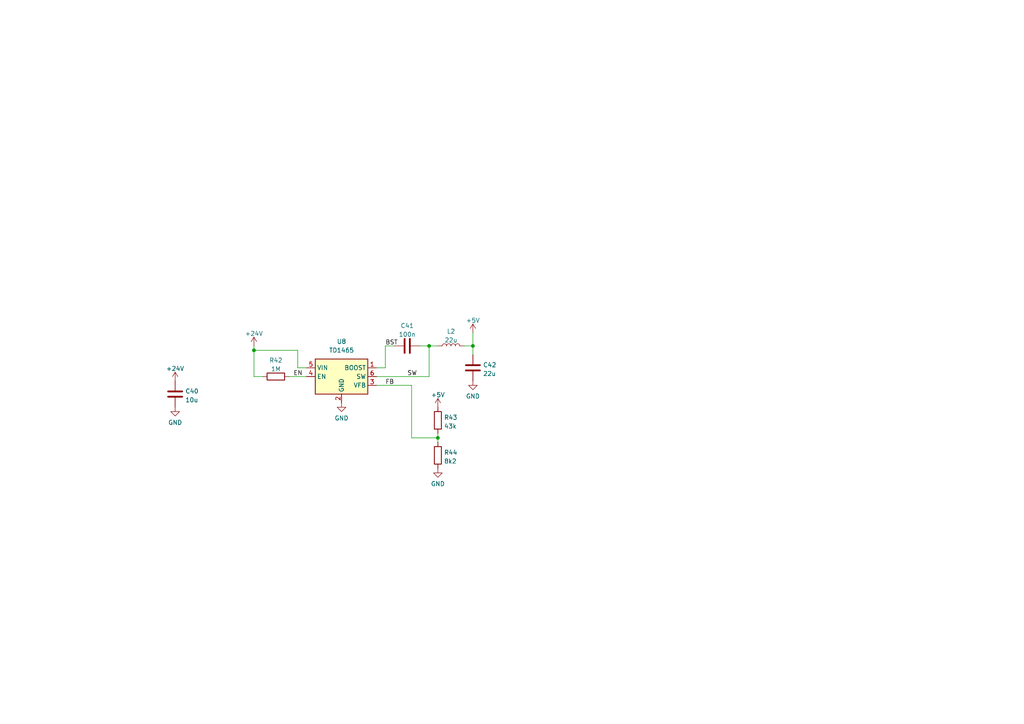
<source format=kicad_sch>
(kicad_sch (version 20230121) (generator eeschema)
  (paper "A4")
  (lib_symbols
    (symbol "Device:C" (pin_numbers hide) (pin_names (offset 0.254))
      (property "Reference" "C" (at 0.635 2.54 0))
      (property "Value" "C" (at 0.635 -2.54 0))
      (symbol "C_0_1"
        (polyline (pts (xy -2.032 -0.762) (xy 2.032 -0.762)) (stroke (width 0.508)))
        (polyline (pts (xy -2.032 0.762) (xy 2.032 0.762)) (stroke (width 0.508)))
      )
      (symbol "C_1_1"
        (pin passive line (at 0 3.81 270) (length 2.794) (name "~") (number "1"))
        (pin passive line (at 0 -3.81 90) (length 2.794) (name "~") (number "2"))
      )
    )
    (symbol "Device:L" (pin_numbers hide) (pin_names (offset 1.016) hide)
      (property "Reference" "L" (at -1.27 0 90))
      (property "Value" "L" (at 1.905 0 90))
      (symbol "L_0_1"
        (arc (start 0 -2.54) (mid 0.6323 -1.905) (end 0 -1.27))
        (arc (start 0 -1.27) (mid 0.6323 -0.635) (end 0 0))
        (arc (start 0 0) (mid 0.6323 0.635) (end 0 1.27))
        (arc (start 0 1.27) (mid 0.6323 1.905) (end 0 2.54))
      )
      (symbol "L_1_1"
        (pin passive line (at 0 3.81 270) (length 1.27) (name "1") (number "1"))
        (pin passive line (at 0 -3.81 90) (length 1.27) (name "2") (number "2"))
      )
    )
    (symbol "Device:R" (pin_numbers hide) (pin_names (offset 0))
      (property "Reference" "R" (at 2.032 0 90))
      (property "Value" "R" (at 0 0 90))
      (symbol "R_0_1"
        (rectangle (start -1.016 -2.54) (end 1.016 2.54) (stroke (width 0.254)))
      )
      (symbol "R_1_1"
        (pin passive line (at 0 3.81 270) (length 1.27) (name "~") (number "1"))
        (pin passive line (at 0 -3.81 90) (length 1.27) (name "~") (number "2"))
      )
    )
    (symbol "Regulator_Switching:MCP16331CH"
      (property "Reference" "U" (at -7.874 6.35 0))
      (property "Value" "MCP16331CH" (at -2.54 6.35 0))
      (symbol "MCP16331CH_0_1"
        (rectangle (start -7.62 5.08) (end 7.62 -5.08) (stroke (width 0.254)) (fill (type background)))
      )
      (symbol "MCP16331CH_1_1"
        (pin input line (at 10.16 2.54 180) (length 2.54) (name "BOOST") (number "1"))
        (pin power_in line (at 0 -7.62 90) (length 2.54) (name "GND") (number "2"))
        (pin input line (at 10.16 -2.54 180) (length 2.54) (name "VFB") (number "3"))
        (pin input line (at -10.16 0 0) (length 2.54) (name "EN") (number "4"))
        (pin power_in line (at -10.16 2.54 0) (length 2.54) (name "VIN") (number "5"))
        (pin output line (at 10.16 0 180) (length 2.54) (name "SW") (number "6"))
      )
    )
    (symbol "power:+24V" (power) (pin_names (offset 0))
      (property "Value" "+24V" (at 0 3.556 0))
      (symbol "+24V_0_1"
        (polyline (pts (xy -0.762 1.27) (xy 0 2.54)))
        (polyline (pts (xy 0 0) (xy 0 2.54)))
        (polyline (pts (xy 0 2.54) (xy 0.762 1.27)))
      )
      (symbol "+24V_1_1"
        (pin power_in line (at 0 0 90) (length 0) hide (name "+24V") (number "1"))
      )
    )
    (symbol "power:+5V" (power) (pin_names (offset 0))
      (property "Value" "+5V" (at 0 3.556 0))
      (symbol "+5V_0_1"
        (polyline (pts (xy -0.762 1.27) (xy 0 2.54)))
        (polyline (pts (xy 0 0) (xy 0 2.54)))
        (polyline (pts (xy 0 2.54) (xy 0.762 1.27)))
      )
      (symbol "+5V_1_1"
        (pin power_in line (at 0 0 90) (length 0) hide (name "+5V") (number "1"))
      )
    )
    (symbol "power:GND" (power) (pin_names (offset 0))
      (property "Value" "GND" (at 0 -3.81 0))
      (symbol "GND_0_1"
        (polyline (pts (xy 0 0) (xy 0 -1.27) (xy 1.27 -1.27) (xy 0 -2.54) (xy -1.27 -1.27) (xy 0 -1.27)))
      )
      (symbol "GND_1_1"
        (pin power_in line (at 0 0 270) (length 0) hide (name "GND") (number "1"))
      )
    )
  )
  (junction (at 73.66 101.6))
  (junction (at 127 127))
  (junction (at 137.16 100.33))
  (junction (at 124.46 100.33))
  (wire (pts (xy 124.46 109.22) (xy 124.46 100.33)))
  (wire (pts (xy 111.76 100.33) (xy 114.3 100.33)))
  (wire (pts (xy 119.38 111.76) (xy 119.38 127)))
  (wire (pts (xy 86.36 101.6) (xy 73.66 101.6)))
  (wire (pts (xy 88.9 106.68) (xy 86.36 106.68)))
  (wire (pts (xy 137.16 96.52) (xy 137.16 100.33)))
  (wire (pts (xy 119.38 127) (xy 127 127)))
  (wire (pts (xy 121.92 100.33) (xy 124.46 100.33)))
  (wire (pts (xy 124.46 100.33) (xy 127 100.33)))
  (wire (pts (xy 137.16 100.33) (xy 137.16 102.87)))
  (wire (pts (xy 127 127) (xy 127 128.27)))
  (wire (pts (xy 73.66 109.22) (xy 76.2 109.22)))
  (wire (pts (xy 73.66 100.33) (xy 73.66 101.6)))
  (wire (pts (xy 83.82 109.22) (xy 88.9 109.22)))
  (wire (pts (xy 73.66 101.6) (xy 73.66 109.22)))
  (wire (pts (xy 109.22 111.76) (xy 119.38 111.76)))
  (wire (pts (xy 111.76 106.68) (xy 111.76 100.33)))
  (wire (pts (xy 137.16 100.33) (xy 134.62 100.33)))
  (wire (pts (xy 86.36 106.68) (xy 86.36 101.6)))
  (wire (pts (xy 109.22 106.68) (xy 111.76 106.68)))
  (wire (pts (xy 109.22 109.22) (xy 124.46 109.22)))
  (wire (pts (xy 127 125.73) (xy 127 127)))
  (label "EN" (at 85.09 109.22 0))
  (label "BST" (at 111.76 100.33 0))
  (label "FB" (at 111.76 111.76 0))
  (label "SW" (at 118.11 109.22 0))
  (symbol (lib_id "Device:C") (at 50.8 114.3 180) (unit 1)
    (property "Reference" "C40" (at 53.721 113.4653 0) (effects (justify right)))
    (property "Value" "10u" (at 53.721 116.0022 0) (effects (justify right)))
    (property "Footprint" "Capacitor_SMD:C_1206_3216Metric" (effects hide))
  )
  (symbol (lib_id "power:GND") (at 50.8 118.11 0) (unit 1)
    (property "Reference" "#PWR079" (effects hide))
    (property "Value" "GND" (at 50.8 122.5534 0))
  )
  (symbol (lib_id "Device:R") (at 127 132.08 0) (unit 1)
    (property "Reference" "R44" (at 128.778 131.2453 0) (effects (justify left)))
    (property "Value" "8k2" (at 128.778 133.7822 0) (effects (justify left)))
    (property "Footprint" "Resistor_SMD:R_0603_1608Metric" (effects hide))
  )
  (symbol (lib_id "power:+24V") (at 50.8 110.49 0) (unit 1)
    (property "Reference" "#PWR078" (effects hide))
    (property "Value" "+24V" (at 50.8 106.9142 0))
  )
  (symbol (lib_id "Device:R") (at 127 121.92 0) (unit 1)
    (property "Reference" "R43" (at 128.778 121.0853 0) (effects (justify left)))
    (property "Value" "43k" (at 128.778 123.6222 0) (effects (justify left)))
    (property "Footprint" "Resistor_SMD:R_0603_1608Metric" (effects hide))
  )
  (symbol (lib_id "Device:C") (at 137.16 106.68 180) (unit 1)
    (property "Reference" "C42" (at 140.081 105.8453 0) (effects (justify right)))
    (property "Value" "22u" (at 140.081 108.3822 0) (effects (justify right)))
    (property "Footprint" "Capacitor_SMD:C_0805_2012Metric" (effects hide))
  )
  (symbol (lib_id "Device:C") (at 118.11 100.33 90) (unit 1)
    (property "Reference" "C41" (at 118.11 94.4712 90))
    (property "Value" "100n" (at 118.11 97.0081 90))
    (property "Footprint" "Capacitor_SMD:C_0603_1608Metric" (effects hide))
  )
  (symbol (lib_id "power:+24V") (at 73.66 100.33 0) (unit 1)
    (property "Reference" "#PWR080" (effects hide))
    (property "Value" "+24V" (at 73.66 96.7542 0))
  )
  (symbol (lib_id "Device:L") (at 130.81 100.33 90) (unit 1)
    (property "Reference" "L2" (at 130.81 96.1222 90))
    (property "Value" "22u" (at 130.81 98.6591 90))
    (property "Footprint" "Inductor_SMD:L_1210_3225Metric" (effects hide))
  )
  (symbol (lib_id "Device:R") (at 80.01 109.22 270) (unit 1)
    (property "Reference" "R42" (at 80.01 104.5042 90))
    (property "Value" "1M" (at 80.01 107.0411 90))
    (property "Footprint" "Resistor_SMD:R_0603_1608Metric" (effects hide))
  )
  (symbol (lib_id "power:+5V") (at 137.16 96.52 0) (unit 1)
    (property "Reference" "#PWR084" (effects hide))
    (property "Value" "+5V" (at 137.16 92.9442 0))
  )
  (symbol (lib_id "power:GND") (at 99.06 116.84 0) (unit 1)
    (property "Reference" "#PWR081" (effects hide))
    (property "Value" "GND" (at 99.06 121.2834 0))
  )
  (symbol (lib_id "power:+5V") (at 127 118.11 0) (unit 1)
    (property "Reference" "#PWR082" (effects hide))
    (property "Value" "+5V" (at 127 114.5342 0))
  )
  (symbol (lib_id "Regulator_Switching:MCP16331CH") (at 99.06 109.22 0) (unit 1)
    (property "Reference" "U8" (at 99.06 99.06 0))
    (property "Value" "TD1465" (at 99.06 101.6 0))
    (property "Footprint" "Package_TO_SOT_SMD:SOT-23-6" (effects hide))
    (property "Datasheet" "http://ww1.microchip.com/downloads/en/DeviceDoc/20005308C.pdf" (effects hide))
  )
  (symbol (lib_id "power:GND") (at 137.16 110.49 0) (unit 1)
    (property "Reference" "#PWR085" (effects hide))
    (property "Value" "GND" (at 137.16 114.9334 0))
  )
  (symbol (lib_id "power:GND") (at 127 135.89 0) (unit 1)
    (property "Reference" "#PWR083" (effects hide))
    (property "Value" "GND" (at 127 140.3334 0))
  )
)
</source>
